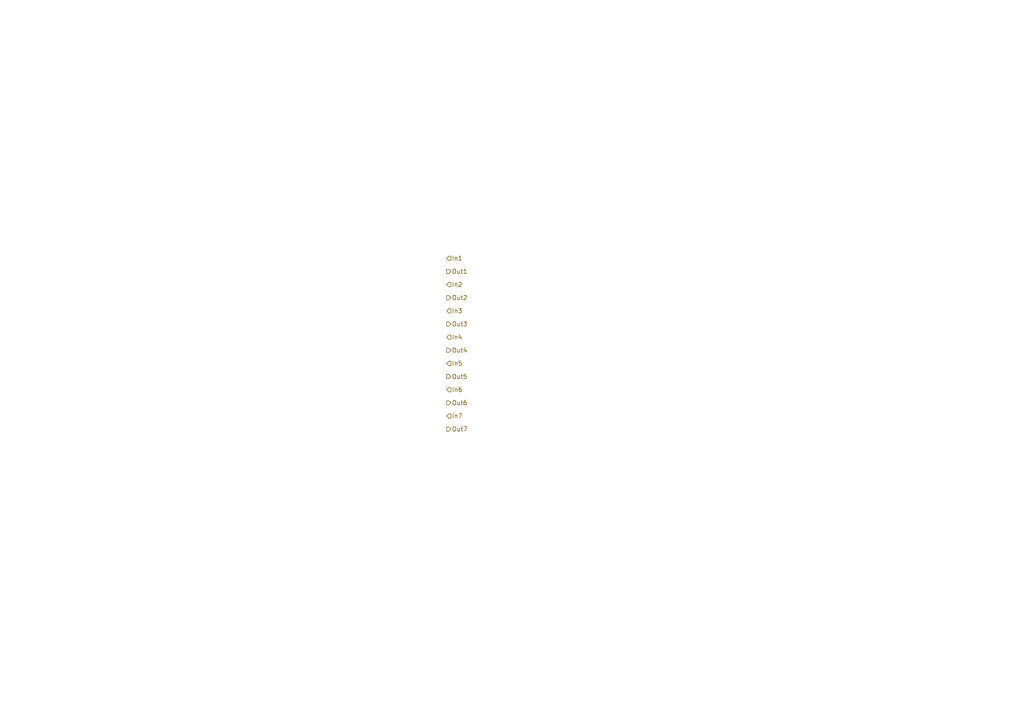
<source format=kicad_sch>
(kicad_sch
	(version 20231120)
	(generator "eeschema")
	(generator_version "8.0")
	(uuid "f7699b28-dfd0-4530-8f0c-9aa463992e8a")
	(paper "A4")
	(lib_symbols)
	(hierarchical_label "Out1"
		(shape output)
		(at 129.54 78.74 0)
		(fields_autoplaced yes)
		(effects
			(font
				(size 1.27 1.27)
			)
			(justify left)
		)
		(uuid "0498f53c-6978-4069-9956-675b0a641e47")
	)
	(hierarchical_label "In7"
		(shape input)
		(at 129.54 120.65 0)
		(fields_autoplaced yes)
		(effects
			(font
				(size 1.27 1.27)
			)
			(justify left)
		)
		(uuid "1128bd43-84b2-4eb1-b915-4faa3d71173a")
	)
	(hierarchical_label "In5"
		(shape input)
		(at 129.54 105.41 0)
		(fields_autoplaced yes)
		(effects
			(font
				(size 1.27 1.27)
			)
			(justify left)
		)
		(uuid "29c39b7b-92fd-482f-9edb-d68887dced0b")
	)
	(hierarchical_label "In4"
		(shape input)
		(at 129.54 97.79 0)
		(fields_autoplaced yes)
		(effects
			(font
				(size 1.27 1.27)
			)
			(justify left)
		)
		(uuid "2db6de00-df4a-415e-8827-e03d90a05302")
	)
	(hierarchical_label "In3"
		(shape input)
		(at 129.54 90.17 0)
		(fields_autoplaced yes)
		(effects
			(font
				(size 1.27 1.27)
			)
			(justify left)
		)
		(uuid "4209c756-5ab1-4b1c-8464-705d28a30fab")
	)
	(hierarchical_label "Out7"
		(shape output)
		(at 129.54 124.46 0)
		(fields_autoplaced yes)
		(effects
			(font
				(size 1.27 1.27)
			)
			(justify left)
		)
		(uuid "55b5f86c-df45-45e2-aef4-98d13f1e4434")
	)
	(hierarchical_label "In6"
		(shape input)
		(at 129.54 113.03 0)
		(fields_autoplaced yes)
		(effects
			(font
				(size 1.27 1.27)
			)
			(justify left)
		)
		(uuid "a055cd85-17f9-465f-912a-4b6989b97591")
	)
	(hierarchical_label "Out5"
		(shape output)
		(at 129.54 109.22 0)
		(fields_autoplaced yes)
		(effects
			(font
				(size 1.27 1.27)
			)
			(justify left)
		)
		(uuid "a94b841e-46db-431e-b75a-ad7ee7edc37b")
	)
	(hierarchical_label "Out3"
		(shape output)
		(at 129.54 93.98 0)
		(fields_autoplaced yes)
		(effects
			(font
				(size 1.27 1.27)
			)
			(justify left)
		)
		(uuid "b58c7a67-3380-4ff4-a8f8-26e66fe3873b")
	)
	(hierarchical_label "Out6"
		(shape output)
		(at 129.54 116.84 0)
		(fields_autoplaced yes)
		(effects
			(font
				(size 1.27 1.27)
			)
			(justify left)
		)
		(uuid "b63fe449-c958-4029-b284-1b9525de80d0")
	)
	(hierarchical_label "Out2"
		(shape output)
		(at 129.54 86.36 0)
		(fields_autoplaced yes)
		(effects
			(font
				(size 1.27 1.27)
			)
			(justify left)
		)
		(uuid "bc38bbb6-fab1-447a-a612-9a6cb9d87c43")
	)
	(hierarchical_label "Out4"
		(shape output)
		(at 129.54 101.6 0)
		(fields_autoplaced yes)
		(effects
			(font
				(size 1.27 1.27)
			)
			(justify left)
		)
		(uuid "cf1c70ee-73c6-4451-8b57-eb95d505787b")
	)
	(hierarchical_label "In2"
		(shape input)
		(at 129.54 82.55 0)
		(fields_autoplaced yes)
		(effects
			(font
				(size 1.27 1.27)
			)
			(justify left)
		)
		(uuid "ddb45c3a-4d68-4b40-8c86-30be270d019f")
	)
	(hierarchical_label "In1"
		(shape input)
		(at 129.54 74.93 0)
		(fields_autoplaced yes)
		(effects
			(font
				(size 1.27 1.27)
			)
			(justify left)
		)
		(uuid "e44a1585-8c10-44c0-a92a-108762b14d04")
	)
)
</source>
